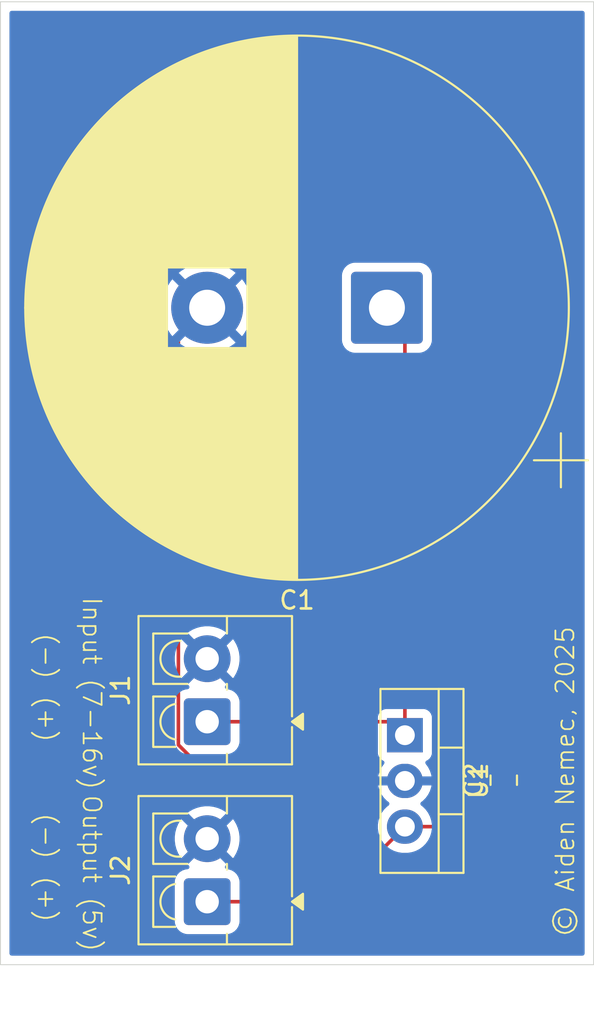
<source format=kicad_pcb>
(kicad_pcb (version 20241229) (generator "pcbnew") (generator_version "9.0")
  (layers (0 "F.Cu" signal) (2 "B.Cu" signal) (13 "F.Paste" user) (15 "B.Paste" user) (5 "F.SilkS" user "F.Silkscreen") (7 "B.SilkS" user "B.Silkscreen") (1 "F.Mask" user) (3 "B.Mask" user) (25 "Edge.Cuts" user))
  (net 0 "")
  (net 1 "GND")
  (net 2 "+12V")
  (net 3 "+5V")
  (footprint "Capacitor_SMD:C_0805_2012Metric" (layer "F.Cu") (at 40.5 56.25 90)
    (property "Reference" "C2" (at 0 -1.68 90) (layer "F.SilkS"))
    (property "Value" ".1 uF")
    (fp_line (start -0.261252 -0.735) (end 0.261252 -0.735) (stroke (width 0.12)) (layer "F.SilkS"))
    (fp_line (start -0.261252 0.735) (end 0.261252 0.735) (stroke (width 0.12)) (layer "F.SilkS"))
    (pad "1" smd roundrect (at -0.95 0 90) (size 1 1.45) (layers "F.Cu" "F.Mask" "F.Paste") (net 3 "+5V"))
    (pad "2" smd roundrect (at 0.95 0 90) (size 1 1.45) (layers "F.Cu" "F.Mask" "F.Paste") (net 1 "GND"))
  )
  (footprint "TerminalBlock_4Ucon:TerminalBlock_4Ucon_1x02_P3.50mm_Vertical" (layer "F.Cu") (at 24 53 90)
    (property "Reference" "J1" (at 1.75 -4.82 90) (layer "F.SilkS"))
    (property "Value" "Screw_Terminal_01x02")
    (fp_line (start 5.87 -3.82) (end 5.87 4.72) (stroke (width 0.12)) (layer "F.SilkS"))
    (fp_line (start -2.37 -3.82) (end 5.87 -3.82) (stroke (width 0.12)) (layer "F.SilkS"))
    (fp_line (start 4.9 -3) (end 4.9 -1.099) (stroke (width 0.12)) (layer "F.SilkS"))
    (fp_line (start 2.1 -3) (end 4.9 -3) (stroke (width 0.12)) (layer "F.SilkS"))
    (fp_line (start 1.4 -3) (end 1.4 -1.78) (stroke (width 0.12)) (layer "F.SilkS"))
    (fp_line (start -1.4 -3) (end 1.4 -3) (stroke (width 0.12)) (layer "F.SilkS"))
    (fp_line (start -1.4 -1.78) (end -1.4 -3) (stroke (width 0.12)) (layer "F.SilkS"))
    (fp_line (start 2.1 -1.099) (end 2.1 -3) (stroke (width 0.12)) (layer "F.SilkS"))
    (fp_line (start 4.899 1.1) (end 5.87 1.1) (stroke (width 0.12)) (layer "F.SilkS"))
    (fp_line (start 1.78 1.1) (end 2.101 1.1) (stroke (width 0.12)) (layer "F.SilkS"))
    (fp_line (start -2.37 1.1) (end -1.78 1.1) (stroke (width 0.12)) (layer "F.SilkS"))
    (fp_line (start 5.87 4.72) (end 0.3 4.72) (stroke (width 0.12)) (layer "F.SilkS"))
    (fp_line (start -0.3 4.72) (end -2.37 4.72) (stroke (width 0.12)) (layer "F.SilkS"))
    (fp_line (start -2.37 4.72) (end -2.37 -3.82) (stroke (width 0.12)) (layer "F.SilkS"))
    (fp_arc (start -0.984 -1.78) (mid 0 -2.6) (end 0.984 -1.78) (stroke (width 0.12)) (layer "F.SilkS"))
    (fp_arc (start 2.508 -1.478) (mid 3.5 -2.6) (end 4.492 -1.478) (stroke (width 0.12)) (layer "F.SilkS"))
    (fp_poly (pts (xy 0 4.72) (xy 0.44 5.33) (xy -0.44 5.33)) (stroke (width 0.12)) (fill yes) (layer "F.SilkS"))
    (pad "1" thru_hole roundrect (at 0 0 90) (size 2.6 2.6) (drill 1.3) (layers "*.Cu" "*.Mask") (roundrect_rratio 0.096154) (net 2 "+12V"))
    (pad "2" thru_hole circle (at 3.5 0 90) (size 2.6 2.6) (drill 1.3) (layers "*.Cu" "*.Mask") (net 1 "GND"))
  )
  (footprint "Package_TO_SOT_THT:TO-220-3_Vertical" (layer "F.Cu") (at 35 53.75 -90)
    (property "Reference" "U1" (at 2.54 -4.1 90) (layer "F.SilkS"))
    (property "Value" "LM7805_TO220")
    (fp_line (start -2.57 1.36) (end -2.57 -3.26) (stroke (width 0.12)) (layer "F.SilkS"))
    (fp_line (start 7.65 1.36) (end -2.57 1.36) (stroke (width 0.12)) (layer "F.SilkS"))
    (fp_line (start -2.57 -1.88) (end 7.65 -1.88) (stroke (width 0.12)) (layer "F.SilkS"))
    (fp_line (start -2.57 -3.26) (end 7.65 -3.26) (stroke (width 0.12)) (layer "F.SilkS"))
    (fp_line (start 0.69 -3.26) (end 0.69 -1.88) (stroke (width 0.12)) (layer "F.SilkS"))
    (fp_line (start 4.39 -3.26) (end 4.39 -1.88) (stroke (width 0.12)) (layer "F.SilkS"))
    (fp_line (start 7.65 -3.26) (end 7.65 1.36) (stroke (width 0.12)) (layer "F.SilkS"))
    (pad "1" thru_hole rect (at 0 0 270) (size 1.905 2) (drill 1.1) (layers "*.Cu" "*.Mask") (net 2 "+12V"))
    (pad "2" thru_hole oval (at 2.54 0 270) (size 1.905 2) (drill 1.1) (layers "*.Cu" "*.Mask") (net 1 "GND"))
    (pad "3" thru_hole oval (at 5.08 0 270) (size 1.905 2) (drill 1.1) (layers "*.Cu" "*.Mask") (net 3 "+5V"))
  )
  (footprint "TerminalBlock_4Ucon:TerminalBlock_4Ucon_1x02_P3.50mm_Vertical" (layer "F.Cu") (at 24 63 90)
    (property "Reference" "J2" (at 1.75 -4.82 90) (layer "F.SilkS"))
    (property "Value" "Screw_Terminal_01x02")
    (fp_line (start 5.87 -3.82) (end 5.87 4.72) (stroke (width 0.12)) (layer "F.SilkS"))
    (fp_line (start -2.37 -3.82) (end 5.87 -3.82) (stroke (width 0.12)) (layer "F.SilkS"))
    (fp_line (start 4.9 -3) (end 4.9 -1.099) (stroke (width 0.12)) (layer "F.SilkS"))
    (fp_line (start 2.1 -3) (end 4.9 -3) (stroke (width 0.12)) (layer "F.SilkS"))
    (fp_line (start 1.4 -3) (end 1.4 -1.78) (stroke (width 0.12)) (layer "F.SilkS"))
    (fp_line (start -1.4 -3) (end 1.4 -3) (stroke (width 0.12)) (layer "F.SilkS"))
    (fp_line (start -1.4 -1.78) (end -1.4 -3) (stroke (width 0.12)) (layer "F.SilkS"))
    (fp_line (start 2.1 -1.099) (end 2.1 -3) (stroke (width 0.12)) (layer "F.SilkS"))
    (fp_line (start 4.899 1.1) (end 5.87 1.1) (stroke (width 0.12)) (layer "F.SilkS"))
    (fp_line (start 1.78 1.1) (end 2.101 1.1) (stroke (width 0.12)) (layer "F.SilkS"))
    (fp_line (start -2.37 1.1) (end -1.78 1.1) (stroke (width 0.12)) (layer "F.SilkS"))
    (fp_line (start 5.87 4.72) (end 0.3 4.72) (stroke (width 0.12)) (layer "F.SilkS"))
    (fp_line (start -0.3 4.72) (end -2.37 4.72) (stroke (width 0.12)) (layer "F.SilkS"))
    (fp_line (start -2.37 4.72) (end -2.37 -3.82) (stroke (width 0.12)) (layer "F.SilkS"))
    (fp_arc (start -0.984 -1.78) (mid 0 -2.6) (end 0.984 -1.78) (stroke (width 0.12)) (layer "F.SilkS"))
    (fp_arc (start 2.508 -1.478) (mid 3.5 -2.6) (end 4.492 -1.478) (stroke (width 0.12)) (layer "F.SilkS"))
    (fp_poly (pts (xy 0 4.72) (xy 0.44 5.33) (xy -0.44 5.33)) (stroke (width 0.12)) (fill yes) (layer "F.SilkS"))
    (pad "1" thru_hole roundrect (at 0 0 90) (size 2.6 2.6) (drill 1.3) (layers "*.Cu" "*.Mask") (roundrect_rratio 0.096154) (net 3 "+5V"))
    (pad "2" thru_hole circle (at 3.5 0 90) (size 2.6 2.6) (drill 1.3) (layers "*.Cu" "*.Mask") (net 1 "GND"))
  )
  (footprint "Capacitor_THT:CP_Radial_D30.0mm_P10.00mm_SnapIn" (layer "F.Cu") (at 34 30 180)
    (property "Reference" "C1" (at 5 -16.25 0) (layer "F.SilkS"))
    (property "Value" "47 uF")
    (fp_line (start 20.12 0.04) (end 20.12 -0.04) (stroke (width 0.12)) (layer "F.SilkS"))
    (fp_line (start 20.08 -1.059) (end 20.08 1.059) (stroke (width 0.12)) (layer "F.SilkS"))
    (fp_line (start 20.04 -1.513) (end 20.04 1.513) (stroke (width 0.12)) (layer "F.SilkS"))
    (fp_line (start 20 -1.861) (end 20 1.861) (stroke (width 0.12)) (layer "F.SilkS"))
    (fp_line (start 19.96 -2.154) (end 19.96 2.154) (stroke (width 0.12)) (layer "F.SilkS"))
    (fp_line (start 19.92 -2.411) (end 19.92 2.411) (stroke (width 0.12)) (layer "F.SilkS"))
    (fp_line (start 19.88 -2.643) (end 19.88 2.643) (stroke (width 0.12)) (layer "F.SilkS"))
    (fp_line (start 19.84 -2.856) (end 19.84 2.856) (stroke (width 0.12)) (layer "F.SilkS"))
    (fp_line (start 19.8 -3.054) (end 19.8 3.054) (stroke (width 0.12)) (layer "F.SilkS"))
    (fp_line (start 19.76 -3.24) (end 19.76 3.24) (stroke (width 0.12)) (layer "F.SilkS"))
    (fp_line (start 19.72 -3.415) (end 19.72 3.415) (stroke (width 0.12)) (layer "F.SilkS"))
    (fp_line (start 19.68 -3.581) (end 19.68 3.581) (stroke (width 0.12)) (layer "F.SilkS"))
    (fp_line (start 19.64 -3.74) (end 19.64 3.74) (stroke (width 0.12)) (layer "F.SilkS"))
    (fp_line (start 19.6 -3.891) (end 19.6 3.891) (stroke (width 0.12)) (layer "F.SilkS"))
    (fp_line (start 19.56 -4.037) (end 19.56 4.037) (stroke (width 0.12)) (layer "F.SilkS"))
    (fp_line (start 19.52 -4.177) (end 19.52 4.177) (stroke (width 0.12)) (layer "F.SilkS"))
    (fp_line (start 19.48 -4.312) (end 19.48 4.312) (stroke (width 0.12)) (layer "F.SilkS"))
    (fp_line (start 19.44 -4.443) (end 19.44 4.443) (stroke (width 0.12)) (layer "F.SilkS"))
    (fp_line (start 19.4 -4.57) (end 19.4 4.57) (stroke (width 0.12)) (layer "F.SilkS"))
    (fp_line (start 19.36 -4.693) (end 19.36 4.693) (stroke (width 0.12)) (layer "F.SilkS"))
    (fp_line (start 19.32 -4.813) (end 19.32 4.813) (stroke (width 0.12)) (layer "F.SilkS"))
    (fp_line (start 19.28 -4.93) (end 19.28 4.93) (stroke (width 0.12)) (layer "F.SilkS"))
    (fp_line (start 19.24 -5.043) (end 19.24 5.043) (stroke (width 0.12)) (layer "F.SilkS"))
    (fp_line (start 19.2 -5.154) (end 19.2 5.154) (stroke (width 0.12)) (layer "F.SilkS"))
    (fp_line (start 19.16 -5.262) (end 19.16 5.262) (stroke (width 0.12)) (layer "F.SilkS"))
    (fp_line (start 19.12 -5.367) (end 19.12 5.367) (stroke (width 0.12)) (layer "F.SilkS"))
    (fp_line (start 19.08 -5.471) (end 19.08 5.471) (stroke (width 0.12)) (layer "F.SilkS"))
    (fp_line (start 19.04 -5.572) (end 19.04 5.572) (stroke (width 0.12)) (layer "F.SilkS"))
    (fp_line (start 19 -5.671) (end 19 5.671) (stroke (width 0.12)) (layer "F.SilkS"))
    (fp_line (start 18.96 -5.768) (end 18.96 5.768) (stroke (width 0.12)) (layer "F.SilkS"))
    (fp_line (start 18.92 -5.863) (end 18.92 5.863) (stroke (width 0.12)) (layer "F.SilkS"))
    (fp_line (start 18.88 -5.957) (end 18.88 5.957) (stroke (width 0.12)) (layer "F.SilkS"))
    (fp_line (start 18.84 -6.048) (end 18.84 6.048) (stroke (width 0.12)) (layer "F.SilkS"))
    (fp_line (start 18.8 -6.139) (end 18.8 6.139) (stroke (width 0.12)) (layer "F.SilkS"))
    (fp_line (start 18.76 -6.227) (end 18.76 6.227) (stroke (width 0.12)) (layer "F.SilkS"))
    (fp_line (start 18.72 -6.314) (end 18.72 6.314) (stroke (width 0.12)) (layer "F.SilkS"))
    (fp_line (start 18.68 -6.4) (end 18.68 6.4) (stroke (width 0.12)) (layer "F.SilkS"))
    (fp_line (start 18.64 -6.484) (end 18.64 6.484) (stroke (width 0.12)) (layer "F.SilkS"))
    (fp_line (start 18.6 -6.567) (end 18.6 6.567) (stroke (width 0.12)) (layer "F.SilkS"))
    (fp_line (start 18.56 -6.649) (end 18.56 6.649) (stroke (width 0.12)) (layer "F.SilkS"))
    (fp_line (start 18.52 -6.729) (end 18.52 6.729) (stroke (width 0.12)) (layer "F.SilkS"))
    (fp_line (start 18.48 -6.809) (end 18.48 6.809) (stroke (width 0.12)) (layer "F.SilkS"))
    (fp_line (start 18.44 -6.887) (end 18.44 6.887) (stroke (width 0.12)) (layer "F.SilkS"))
    (fp_line (start 18.4 -6.964) (end 18.4 6.964) (stroke (width 0.12)) (layer "F.SilkS"))
    (fp_line (start 18.36 -7.04) (end 18.36 7.04) (stroke (width 0.12)) (layer "F.SilkS"))
    (fp_line (start 18.32 -7.115) (end 18.32 7.115) (stroke (width 0.12)) (layer "F.SilkS"))
    (fp_line (start 18.28 -7.189) (end 18.28 7.189) (stroke (width 0.12)) (layer "F.SilkS"))
    (fp_line (start 18.24 -7.262) (end 18.24 7.262) (stroke (width 0.12)) (layer "F.SilkS"))
    (fp_line (start 18.2 -7.334) (end 18.2 7.334) (stroke (width 0.12)) (layer "F.SilkS"))
    (fp_line (start 18.16 -7.405) (end 18.16 7.405) (stroke (width 0.12)) (layer "F.SilkS"))
    (fp_line (start 18.12 -7.475) (end 18.12 7.475) (stroke (width 0.12)) (layer "F.SilkS"))
    (fp_line (start 18.08 -7.545) (end 18.08 7.545) (stroke (width 0.12)) (layer "F.SilkS"))
    (fp_line (start 18.04 -7.613) (end 18.04 7.613) (stroke (width 0.12)) (layer "F.SilkS"))
    (fp_line (start 18 -7.681) (end 18 7.681) (stroke (width 0.12)) (layer "F.SilkS"))
    (fp_line (start 17.96 -7.748) (end 17.96 7.748) (stroke (width 0.12)) (layer "F.SilkS"))
    (fp_line (start 17.92 -7.814) (end 17.92 7.814) (stroke (width 0.12)) (layer "F.SilkS"))
    (fp_line (start 17.88 -7.88) (end 17.88 7.88) (stroke (width 0.12)) (layer "F.SilkS"))
    (fp_line (start 17.84 -7.944) (end 17.84 7.944) (stroke (width 0.12)) (layer "F.SilkS"))
    (fp_line (start 17.8 -8.008) (end 17.8 8.008) (stroke (width 0.12)) (layer "F.SilkS"))
    (fp_line (start 17.76 -8.072) (end 17.76 8.072) (stroke (width 0.12)) (layer "F.SilkS"))
    (fp_line (start 17.72 -8.134) (end 17.72 8.134) (stroke (width 0.12)) (layer "F.SilkS"))
    (fp_line (start 17.68 -8.196) (end 17.68 8.196) (stroke (width 0.12)) (layer "F.SilkS"))
    (fp_line (start 17.64 -8.257) (end 17.64 8.257) (stroke (width 0.12)) (layer "F.SilkS"))
    (fp_line (start 17.6 -8.318) (end 17.6 8.318) (stroke (width 0.12)) (layer "F.SilkS"))
    (fp_line (start 17.56 -8.378) (end 17.56 8.378) (stroke (width 0.12)) (layer "F.SilkS"))
    (fp_line (start 17.52 -8.437) (end 17.52 8.437) (stroke (width 0.12)) (layer "F.SilkS"))
    (fp_line (start 17.48 -8.496) (end 17.48 8.496) (stroke (width 0.12)) (layer "F.SilkS"))
    (fp_line (start 17.44 -8.554) (end 17.44 8.554) (stroke (width 0.12)) (layer "F.SilkS"))
    (fp_line (start 17.4 -8.612) (end 17.4 8.612) (stroke (width 0.12)) (layer "F.SilkS"))
    (fp_line (start 17.36 -8.669) (end 17.36 8.669) (stroke (width 0.12)) (layer "F.SilkS"))
    (fp_line (start 17.32 -8.725) (end 17.32 8.725) (stroke (width 0.12)) (layer "F.SilkS"))
    (fp_line (start 17.28 -8.781) (end 17.28 8.781) (stroke (width 0.12)) (layer "F.SilkS"))
    (fp_line (start 17.24 -8.837) (end 17.24 8.837) (stroke (width 0.12)) (layer "F.SilkS"))
    (fp_line (start 17.2 -8.892) (end 17.2 8.892) (stroke (width 0.12)) (layer "F.SilkS"))
    (fp_line (start 17.16 -8.946) (end 17.16 8.946) (stroke (width 0.12)) (layer "F.SilkS"))
    (fp_line (start 17.12 -9) (end 17.12 9) (stroke (width 0.12)) (layer "F.SilkS"))
    (fp_line (start 17.08 -9.053) (end 17.08 9.053) (stroke (width 0.12)) (layer "F.SilkS"))
    (fp_line (start 17.04 -9.106) (end 17.04 9.106) (stroke (width 0.12)) (layer "F.SilkS"))
    (fp_line (start 17 -9.159) (end 17 9.159) (stroke (width 0.12)) (layer "F.SilkS"))
    (fp_line (start 16.96 -9.211) (end 16.96 9.211) (stroke (width 0.12)) (layer "F.SilkS"))
    (fp_line (start 16.92 -9.262) (end 16.92 9.262) (stroke (width 0.12)) (layer "F.SilkS"))
    (fp_line (start 16.88 -9.313) (end 16.88 9.313) (stroke (width 0.12)) (layer "F.SilkS"))
    (fp_line (start 16.84 -9.364) (end 16.84 9.364) (stroke (width 0.12)) (layer "F.SilkS"))
    (fp_line (start 16.8 -9.414) (end 16.8 9.414) (stroke (width 0.12)) (layer "F.SilkS"))
    (fp_line (start 16.76 -9.464) (end 16.76 9.464) (stroke (width 0.12)) (layer "F.SilkS"))
    (fp_line (start 16.72 -9.513) (end 16.72 9.513) (stroke (width 0.12)) (layer "F.SilkS"))
    (fp_line (start 16.68 -9.562) (end 16.68 9.562) (stroke (width 0.12)) (layer "F.SilkS"))
    (fp_line (start 16.64 -9.61) (end 16.64 9.61) (stroke (width 0.12)) (layer "F.SilkS"))
    (fp_line (start 16.6 -9.658) (end 16.6 9.658) (stroke (width 0.12)) (layer "F.SilkS"))
    (fp_line (start 16.56 -9.706) (end 16.56 9.706) (stroke (width 0.12)) (layer "F.SilkS"))
    (fp_line (start 16.52 -9.753) (end 16.52 9.753) (stroke (width 0.12)) (layer "F.SilkS"))
    (fp_line (start 16.48 -9.8) (end 16.48 9.8) (stroke (width 0.12)) (layer "F.SilkS"))
    (fp_line (start 16.44 -9.846) (end 16.44 9.846) (stroke (width 0.12)) (layer "F.SilkS"))
    (fp_line (start 16.4 -9.892) (end 16.4 9.892) (stroke (width 0.12)) (layer "F.SilkS"))
    (fp_line (start 16.36 -9.938) (end 16.36 9.938) (stroke (width 0.12)) (layer "F.SilkS"))
    (fp_line (start 16.32 -9.984) (end 16.32 9.984) (stroke (width 0.12)) (layer "F.SilkS"))
    (fp_line (start 16.28 -10.029) (end 16.28 10.029) (stroke (width 0.12)) (layer "F.SilkS"))
    (fp_line (start 16.24 -10.073) (end 16.24 10.073) (stroke (width 0.12)) (layer "F.SilkS"))
    (fp_line (start 16.2 -10.117) (end 16.2 10.117) (stroke (width 0.12)) (layer "F.SilkS"))
    (fp_line (start 16.16 -10.161) (end 16.16 10.161) (stroke (width 0.12)) (layer "F.SilkS"))
    (fp_line (start 16.12 -10.205) (end 16.12 10.205) (stroke (width 0.12)) (layer "F.SilkS"))
    (fp_line (start 16.08 -10.248) (end 16.08 10.248) (stroke (width 0.12)) (layer "F.SilkS"))
    (fp_line (start 16.04 -10.291) (end 16.04 10.291) (stroke (width 0.12)) (layer "F.SilkS"))
    (fp_line (start 16 -10.334) (end 16 10.334) (stroke (width 0.12)) (layer "F.SilkS"))
    (fp_line (start 15.96 -10.376) (end 15.96 10.376) (stroke (width 0.12)) (layer "F.SilkS"))
    (fp_line (start 15.92 -10.418) (end 15.92 10.418) (stroke (width 0.12)) (layer "F.SilkS"))
    (fp_line (start 15.88 -10.46) (end 15.88 10.46) (stroke (width 0.12)) (layer "F.SilkS"))
    (fp_line (start 15.84 -10.501) (end 15.84 10.501) (stroke (width 0.12)) (layer "F.SilkS"))
    (fp_line (start 15.8 -10.542) (end 15.8 10.542) (stroke (width 0.12)) (layer "F.SilkS"))
    (fp_line (start 15.76 -10.582) (end 15.76 10.582) (stroke (width 0.12)) (layer "F.SilkS"))
    (fp_line (start 15.72 -10.623) (end 15.72 10.623) (stroke (width 0.12)) (layer "F.SilkS"))
    (fp_line (start 15.68 -10.663) (end 15.68 10.663) (stroke (width 0.12)) (layer "F.SilkS"))
    (fp_line (start 15.64 -10.703) (end 15.64 10.703) (stroke (width 0.12)) (layer "F.SilkS"))
    (fp_line (start 15.6 -10.742) (end 15.6 10.742) (stroke (width 0.12)) (layer "F.SilkS"))
    (fp_line (start 15.56 -10.781) (end 15.56 10.781) (stroke (width 0.12)) (layer "F.SilkS"))
    (fp_line (start 15.52 -10.82) (end 15.52 10.82) (stroke (width 0.12)) (layer "F.SilkS"))
    (fp_line (start 15.48 -10.859) (end 15.48 10.859) (stroke (width 0.12)) (layer "F.SilkS"))
    (fp_line (start 15.44 -10.897) (end 15.44 10.897) (stroke (width 0.12)) (layer "F.SilkS"))
    (fp_line (start 15.4 -10.935) (end 15.4 10.935) (stroke (width 0.12)) (layer "F.SilkS"))
    (fp_line (start 15.36 -10.973) (end 15.36 10.973) (stroke (width 0.12)) (layer "F.SilkS"))
    (fp_line (start 15.32 -11.01) (end 15.32 11.01) (stroke (width 0.12)) (layer "F.SilkS"))
    (fp_line (start 15.28 -11.048) (end 15.28 11.048) (stroke (width 0.12)) (layer "F.SilkS"))
    (fp_line (start 15.24 -11.085) (end 15.24 11.085) (stroke (width 0.12)) (layer "F.SilkS"))
    (fp_line (start 15.2 -11.121) (end 15.2 11.121) (stroke (width 0.12)) (layer "F.SilkS"))
    (fp_line (start 15.16 -11.158) (end 15.16 11.158) (stroke (width 0.12)) (layer "F.SilkS"))
    (fp_line (start 15.12 -11.194) (end 15.12 11.194) (stroke (width 0.12)) (layer "F.SilkS"))
    (fp_line (start 15.08 -11.23) (end 15.08 11.23) (stroke (width 0.12)) (layer "F.SilkS"))
    (fp_line (start 15.04 -11.265) (end 15.04 11.265) (stroke (width 0.12)) (layer "F.SilkS"))
    (fp_line (start 15 -11.301) (end 15 11.301) (stroke (width 0.12)) (layer "F.SilkS"))
    (fp_line (start 14.96 -11.336) (end 14.96 11.336) (stroke (width 0.12)) (layer "F.SilkS"))
    (fp_line (start 14.92 -11.371) (end 14.92 11.371) (stroke (width 0.12)) (layer "F.SilkS"))
    (fp_line (start 14.88 -11.406) (end 14.88 11.406) (stroke (width 0.12)) (layer "F.SilkS"))
    (fp_line (start 14.84 -11.44) (end 14.84 11.44) (stroke (width 0.12)) (layer "F.SilkS"))
    (fp_line (start 14.8 -11.474) (end 14.8 11.474) (stroke (width 0.12)) (layer "F.SilkS"))
    (fp_line (start 14.76 -11.508) (end 14.76 11.508) (stroke (width 0.12)) (layer "F.SilkS"))
    (fp_line (start 14.72 -11.542) (end 14.72 11.542) (stroke (width 0.12)) (layer "F.SilkS"))
    (fp_line (start 14.68 -11.575) (end 14.68 11.575) (stroke (width 0.12)) (layer "F.SilkS"))
    (fp_line (start 14.64 -11.608) (end 14.64 11.608) (stroke (width 0.12)) (layer "F.SilkS"))
    (fp_line (start 14.6 -11.641) (end 14.6 11.641) (stroke (width 0.12)) (layer "F.SilkS"))
    (fp_line (start 14.56 -11.674) (end 14.56 11.674) (stroke (width 0.12)) (layer "F.SilkS"))
    (fp_line (start 14.52 -11.707) (end 14.52 11.707) (stroke (width 0.12)) (layer "F.SilkS"))
    (fp_line (start 14.48 -11.739) (end 14.48 11.739) (stroke (width 0.12)) (layer "F.SilkS"))
    (fp_line (start 14.44 -11.771) (end 14.44 11.771) (stroke (width 0.12)) (layer "F.SilkS"))
    (fp_line (start 14.4 -11.803) (end 14.4 11.803) (stroke (width 0.12)) (layer "F.SilkS"))
    (fp_line (start 14.36 -11.835) (end 14.36 11.835) (stroke (width 0.12)) (layer "F.SilkS"))
    (fp_line (start 14.32 -11.866) (end 14.32 11.866) (stroke (width 0.12)) (layer "F.SilkS"))
    (fp_line (start 14.28 -11.897) (end 14.28 11.897) (stroke (width 0.12)) (layer "F.SilkS"))
    (fp_line (start 14.24 -11.928) (end 14.24 11.928) (stroke (width 0.12)) (layer "F.SilkS"))
    (fp_line (start 14.2 -11.959) (end 14.2 11.959) (stroke (width 0.12)) (layer "F.SilkS"))
    (fp_line (start 14.16 -11.989) (end 14.16 11.989) (stroke (width 0.12)) (layer "F.SilkS"))
    (fp_line (start 14.12 -12.02) (end 14.12 12.02) (stroke (width 0.12)) (layer "F.SilkS"))
    (fp_line (start 14.08 -12.05) (end 14.08 12.05) (stroke (width 0.12)) (layer "F.SilkS"))
    (fp_line (start 14.04 -12.08) (end 14.04 12.08) (stroke (width 0.12)) (layer "F.SilkS"))
    (fp_line (start 14 -12.11) (end 14 12.11) (stroke (width 0.12)) (layer "F.SilkS"))
    (fp_line (start 13.96 -12.139) (end 13.96 12.139) (stroke (width 0.12)) (layer "F.SilkS"))
    (fp_line (start 13.92 -12.169) (end 13.92 12.169) (stroke (width 0.12)) (layer "F.SilkS"))
    (fp_line (start 13.88 -12.198) (end 13.88 12.198) (stroke (width 0.12)) (layer "F.SilkS"))
    (fp_line (start 13.84 -12.227) (end 13.84 12.227) (stroke (width 0.12)) (layer "F.SilkS"))
    (fp_line (start 13.8 -12.255) (end 13.8 12.255) (stroke (width 0.12)) (layer "F.SilkS"))
    (fp_line (start 13.76 -12.284) (end 13.76 12.284) (stroke (width 0.12)) (layer "F.SilkS"))
    (fp_line (start 13.72 -12.312) (end 13.72 12.312) (stroke (width 0.12)) (layer "F.SilkS"))
    (fp_line (start 13.68 -12.34) (end 13.68 12.34) (stroke (width 0.12)) (layer "F.SilkS"))
    (fp_line (start 13.64 -12.368) (end 13.64 12.368) (stroke (width 0.12)) (layer "F.SilkS"))
    (fp_line (start 13.6 -12.396) (end 13.6 12.396) (stroke (width 0.12)) (layer "F.SilkS"))
    (fp_line (start 13.56 -12.424) (end 13.56 12.424) (stroke (width 0.12)) (layer "F.SilkS"))
    (fp_line (start 13.52 -12.451) (end 13.52 12.451) (stroke (width 0.12)) (layer "F.SilkS"))
    (fp_line (start 13.48 -12.478) (end 13.48 12.478) (stroke (width 0.12)) (layer "F.SilkS"))
    (fp_line (start 13.44 -12.505) (end 13.44 12.505) (stroke (width 0.12)) (layer "F.SilkS"))
    (fp_line (start 13.4 -12.532) (end 13.4 12.532) (stroke (width 0.12)) (layer "F.SilkS"))
    (fp_line (start 13.36 -12.559) (end 13.36 12.559) (stroke (width 0.12)) (layer "F.SilkS"))
    (fp_line (start 13.32 -12.585) (end 13.32 12.585) (stroke (width 0.12)) (layer "F.SilkS"))
    (fp_line (start 13.28 -12.611) (end 13.28 12.611) (stroke (width 0.12)) (layer "F.SilkS"))
    (fp_line (start 13.24 -12.637) (end 13.24 12.637) (stroke (width 0.12)) (layer "F.SilkS"))
    (fp_line (start 13.2 -12.663) (end 13.2 12.663) (stroke (width 0.12)) (layer "F.SilkS"))
    (fp_line (start 13.16 -12.689) (end 13.16 12.689) (stroke (width 0.12)) (layer "F.SilkS"))
    (fp_line (start 13.12 -12.715) (end 13.12 12.715) (stroke (width 0.12)) (layer "F.SilkS"))
    (fp_line (start 13.08 -12.74) (end 13.08 12.74) (stroke (width 0.12)) (layer "F.SilkS"))
    (fp_line (start 13.04 -12.765) (end 13.04 12.765) (stroke (width 0.12)) (layer "F.SilkS"))
    (fp_line (start 13 -12.79) (end 13 12.79) (stroke (width 0.12)) (layer "F.SilkS"))
    (fp_line (start 12.96 -12.815) (end 12.96 12.815) (stroke (width 0.12)) (layer "F.SilkS"))
    (fp_line (start 12.92 -12.84) (end 12.92 12.84) (stroke (width 0.12)) (layer "F.SilkS"))
    (fp_line (start 12.88 -12.864) (end 12.88 12.864) (stroke (width 0.12)) (layer "F.SilkS"))
    (fp_line (start 12.84 -12.889) (end 12.84 12.889) (stroke (width 0.12)) (layer "F.SilkS"))
    (fp_line (start 12.8 -12.913) (end 12.8 12.913) (stroke (width 0.12)) (layer "F.SilkS"))
    (fp_line (start 12.76 -12.937) (end 12.76 12.937) (stroke (width 0.12)) (layer "F.SilkS"))
    (fp_line (start 12.72 -12.961) (end 12.72 12.961) (stroke (width 0.12)) (layer "F.SilkS"))
    (fp_line (start 12.68 -12.984) (end 12.68 12.984) (stroke (width 0.12)) (layer "F.SilkS"))
    (fp_line (start 12.64 -13.008) (end 12.64 13.008) (stroke (width 0.12)) (layer "F.SilkS"))
    (fp_line (start 12.6 -13.031) (end 12.6 13.031) (stroke (width 0.12)) (layer "F.SilkS"))
    (fp_line (start 12.56 -13.054) (end 12.56 13.054) (stroke (width 0.12)) (layer "F.SilkS"))
    (fp_line (start 12.52 -13.077) (end 12.52 13.077) (stroke (width 0.12)) (layer "F.SilkS"))
    (fp_line (start 12.48 -13.1) (end 12.48 13.1) (stroke (width 0.12)) (layer "F.SilkS"))
    (fp_line (start 12.44 -13.123) (end 12.44 13.123) (stroke (width 0.12)) (layer "F.SilkS"))
    (fp_line (start 12.4 -13.145) (end 12.4 13.145) (stroke (width 0.12)) (layer "F.SilkS"))
    (fp_line (start 12.36 -13.168) (end 12.36 13.168) (stroke (width 0.12)) (layer "F.SilkS"))
    (fp_line (start 12.32 -13.19) (end 12.32 13.19) (stroke (width 0.12)) (layer "F.SilkS"))
    (fp_line (start 12.28 -13.212) (end 12.28 13.212) (stroke (width 0.12)) (layer "F.SilkS"))
    (fp_line (start 12.24 -13.234) (end 12.24 13.234) (stroke (width 0.12)) (layer "F.SilkS"))
    (fp_line (start 12.2 2.24) (end 12.2 13.256) (stroke (width 0.12)) (layer "F.SilkS"))
    (fp_line (start 12.2 -13.256) (end 12.2 -2.24) (stroke (width 0.12)) (layer "F.SilkS"))
    (fp_line (start 12.16 2.24) (end 12.16 13.277) (stroke (width 0.12)) (layer "F.SilkS"))
    (fp_line (start 12.16 -13.277) (end 12.16 -2.24) (stroke (width 0.12)) (layer "F.SilkS"))
    (fp_line (start 12.12 2.24) (end 12.12 13.299) (stroke (width 0.12)) (layer "F.SilkS"))
    (fp_line (start 12.12 -13.299) (end 12.12 -2.24) (stroke (width 0.12)) (layer "F.SilkS"))
    (fp_line (start 12.08 2.24) (end 12.08 13.32) (stroke (width 0.12)) (layer "F.SilkS"))
    (fp_line (start 12.08 -13.32) (end 12.08 -2.24) (stroke (width 0.12)) (layer "F.SilkS"))
    (fp_line (start 12.04 2.24) (end 12.04 13.341) (stroke (width 0.12)) (layer "F.SilkS"))
    (fp_line (start 12.04 -13.341) (end 12.04 -2.24) (stroke (width 0.12)) (layer "F.SilkS"))
    (fp_line (start 12 2.24) (end 12 13.362) (stroke (width 0.12)) (layer "F.SilkS"))
    (fp_line (start 12 -13.362) (end 12 -2.24) (stroke (width 0.12)) (layer "F.SilkS"))
    (fp_line (start 11.96 2.24) (end 11.96 13.383) (stroke (width 0.12)) (layer "F.SilkS"))
    (fp_line (start 11.96 -13.383) (end 11.96 -2.24) (stroke (width 0.12)) (layer "F.SilkS"))
    (fp_line (start 11.92 2.24) (end 11.92 13.404) (stroke (width 0.12)) (layer "F.SilkS"))
    (fp_line (start 11.92 -13.404) (end 11.92 -2.24) (stroke (width 0.12)) (layer "F.SilkS"))
    (fp_line (start 11.88 2.24) (end 11.88 13.424) (stroke (width 0.12)) (layer "F.SilkS"))
    (fp_line (start 11.88 -13.424) (end 11.88 -2.24) (stroke (width 0.12)) (layer "F.SilkS"))
    (fp_line (start 11.84 2.24) (end 11.84 13.444) (stroke (width 0.12)) (layer "F.SilkS"))
    (fp_line (start 11.84 -13.444) (end 11.84 -2.24) (stroke (width 0.12)) (layer "F.SilkS"))
    (fp_line (start 11.8 2.24) (end 11.8 13.465) (stroke (width 0.12)) (layer "F.SilkS"))
    (fp_line (start 11.8 -13.465) (end 11.8 -2.24) (stroke (width 0.12)) (layer "F.SilkS"))
    (fp_line (start 11.76 2.24) (end 11.76 13.485) (stroke (width 0.12)) (layer "F.SilkS"))
    (fp_line (start 11.76 -13.485) (end 11.76 -2.24) (stroke (width 0.12)) (layer "F.SilkS"))
    (fp_line (start 11.72 2.24) (end 11.72 13.505) (stroke (width 0.12)) (layer "F.SilkS"))
    (fp_line (start 11.72 -13.505) (end 11.72 -2.24) (stroke (width 0.12)) (layer "F.SilkS"))
    (fp_line (start 11.68 2.24) (end 11.68 13.524) (stroke (width 0.12)) (layer "F.SilkS"))
    (fp_line (start 11.68 -13.524) (end 11.68 -2.24) (stroke (width 0.12)) (layer "F.SilkS"))
    (fp_line (start 11.64 2.24) (end 11.64 13.544) (stroke (width 0.12)) (layer "F.SilkS"))
    (fp_line (start 11.64 -13.544) (end 11.64 -2.24) (stroke (width 0.12)) (layer "F.SilkS"))
    (fp_line (start 11.6 2.24) (end 11.6 13.563) (stroke (width 0.12)) (layer "F.SilkS"))
    (fp_line (start 11.6 -13.563) (end 11.6 -2.24) (stroke (width 0.12)) (layer "F.SilkS"))
    (fp_line (start 11.56 2.24) (end 11.56 13.583) (stroke (width 0.12)) (layer "F.SilkS"))
    (fp_line (start 11.56 -13.583) (end 11.56 -2.24) (stroke (width 0.12)) (layer "F.SilkS"))
    (fp_line (start 11.52 2.24) (end 11.52 13.602) (stroke (width 0.12)) (layer "F.SilkS"))
    (fp_line (start 11.52 -13.602) (end 11.52 -2.24) (stroke (width 0.12)) (layer "F.SilkS"))
    (fp_line (start 11.48 2.24) (end 11.48 13.621) (stroke (width 0.12)) (layer "F.SilkS"))
    (fp_line (start 11.48 -13.621) (end 11.48 -2.24) (stroke (width 0.12)) (layer "F.SilkS"))
    (fp_line (start 11.44 2.24) (end 11.44 13.64) (stroke (width 0.12)) (layer "F.SilkS"))
    (fp_line (start 11.44 -13.64) (end 11.44 -2.24) (stroke (width 0.12)) (layer "F.SilkS"))
    (fp_line (start 11.4 2.24) (end 11.4 13.659) (stroke (width 0.12)) (layer "F.SilkS"))
    (fp_line (start 11.4 -13.659) (end 11.4 -2.24) (stroke (width 0.12)) (layer "F.SilkS"))
    (fp_line (start 11.36 2.24) (end 11.36 13.677) (stroke (width 0.12)) (layer "F.SilkS"))
    (fp_line (start 11.36 -13.677) (end 11.36 -2.24) (stroke (width 0.12)) (layer "F.SilkS"))
    (fp_line (start 11.32 2.24) (end 11.32 13.696) (stroke (width 0.12)) (layer "F.SilkS"))
    (fp_line (start 11.32 -13.696) (end 11.32 -2.24) (stroke (width 0.12)) (layer "F.SilkS"))
    (fp_line (start 11.28 2.24) (end 11.28 13.714) (stroke (width 0.12)) (layer "F.SilkS"))
    (fp_line (start 11.28 -13.714) (end 11.28 -2.24) (stroke (width 0.12)) (layer "F.SilkS"))
    (fp_line (start 11.24 2.24) (end 11.24 13.732) (stroke (width 0.12)) (layer "F.SilkS"))
    (fp_line (start 11.24 -13.732) (end 11.24 -2.24) (stroke (width 0.12)) (layer "F.SilkS"))
    (fp_line (start 11.2 2.24) (end 11.2 13.75) (stroke (width 0.12)) (layer "F.SilkS"))
    (fp_line (start 11.2 -13.75) (end 11.2 -2.24) (stroke (width 0.12)) (layer "F.SilkS"))
    (fp_line (start 11.16 2.24) (end 11.16 13.768) (stroke (width 0.12)) (layer "F.SilkS"))
    (fp_line (start 11.16 -13.768) (end 11.16 -2.24) (stroke (width 0.12)) (layer "F.SilkS"))
    (fp_line (start 11.12 2.24) (end 11.12 13.786) (stroke (width 0.12)) (layer "F.SilkS"))
    (fp_line (start 11.12 -13.786) (end 11.12 -2.24) (stroke (width 0.12)) (layer "F.SilkS"))
    (fp_line (start 11.08 2.24) (end 11.08 13.804) (stroke (width 0.12)) (layer "F.SilkS"))
    (fp_line (start 11.08 -13.804) (end 11.08 -2.24) (stroke (width 0.12)) (layer "F.SilkS"))
    (fp_line (start 11.04 2.24) (end 11.04 13.821) (stroke (width 0.12)) (layer "F.SilkS"))
    (fp_line (start 11.04 -13.821) (end 11.04 -2.24) (stroke (width 0.12)) (layer "F.SilkS"))
    (fp_line (start 11 2.24) (end 11 13.839) (stroke (width 0.12)) (layer "F.SilkS"))
    (fp_line (start 11 -13.839) (end 11 -2.24) (stroke (width 0.12)) (layer "F.SilkS"))
    (fp_line (start 10.96 2.24) (end 10.96 13.856) (stroke (width 0.12)) (layer "F.SilkS"))
    (fp_line (start 10.96 -13.856) (end 10.96 -2.24) (stroke (width 0.12)) (layer "F.SilkS"))
    (fp_line (start 10.92 2.24) (end 10.92 13.873) (stroke (width 0.12)) (layer "F.SilkS"))
    (fp_line (start 10.92 -13.873) (end 10.92 -2.24) (stroke (width 0.12)) (layer "F.SilkS"))
    (fp_line (start 10.88 2.24) (end 10.88 13.89) (stroke (width 0.12)) (layer "F.SilkS"))
    (fp_line (start 10.88 -13.89) (end 10.88 -2.24) (stroke (width 0.12)) (layer "F.SilkS"))
    (fp_line (start 10.84 2.24) (end 10.84 13.907) (stroke (width 0.12)) (layer "F.SilkS"))
    (fp_line (start 10.84 -13.907) (end 10.84 -2.24) (stroke (width 0.12)) (layer "F.SilkS"))
    (fp_line (start 10.8 2.24) (end 10.8 13.923) (stroke (width 0.12)) (layer "F.SilkS"))
    (fp_line (start 10.8 -13.923) (end 10.8 -2.24) (stroke (width 0.12)) (layer "F.SilkS"))
    (fp_line (start 10.76 2.24) (end 10.76 13.94) (stroke (width 0.12)) (layer "F.SilkS"))
    (fp_line (start 10.76 -13.94) (end 10.76 -2.24) (stroke (width 0.12)) (layer "F.SilkS"))
    (fp_line (start 10.72 2.24) (end 10.72 13.956) (stroke (width 0.12)) (layer "F.SilkS"))
    (fp_line (start 10.72 -13.956) (end 10.72 -2.24) (stroke (width 0.12)) (layer "F.SilkS"))
    (fp_line (start 10.68 2.24) (end 10.68 13.973) (stroke (width 0.12)) (layer "F.SilkS"))
    (fp_line (start 10.68 -13.973) (end 10.68 -2.24) (stroke (width 0.12)) (layer "F.SilkS"))
    (fp_line (start 10.64 2.24) (end 10.64 13.989) (stroke (width 0.12)) (layer "F.SilkS"))
    (fp_line (start 10.64 -13.989) (end 10.64 -2.24) (stroke (width 0.12)) (layer "F.SilkS"))
    (fp_line (start 10.6 2.24) (end 10.6 14.005) (stroke (width 0.12)) (layer "F.SilkS"))
    (fp_line (start 10.6 -14.005) (end 10.6 -2.24) (stroke (width 0.12)) (layer "F.SilkS"))
    (fp_line (start 10.56 2.24) (end 10.56 14.021) (stroke (width 0.12)) (layer "F.SilkS"))
    (fp_line (start 10.56 -14.021) (end 10.56 -2.24) (stroke (width 0.12)) (layer "F.SilkS"))
    (fp_line (start 10.52 2.24) (end 10.52 14.036) (stroke (width 0.12)) (layer "F.SilkS"))
    (fp_line (start 10.52 -14.036) (end 10.52 -2.24) (stroke (width 0.12)) (layer "F.SilkS"))
    (fp_line (start 10.48 2.24) (end 10.48 14.052) (stroke (width 0.12)) (layer "F.SilkS"))
    (fp_line (start 10.48 -14.052) (end 10.48 -2.24) (stroke (width 0.12)) (layer "F.SilkS"))
    (fp_line (start 10.44 2.24) (end 10.44 14.067) (stroke (width 0.12)) (layer "F.SilkS"))
    (fp_line (start 10.44 -14.067) (end 10.44 -2.24) (stroke (width 0.12)) (layer "F.SilkS"))
    (fp_line (start 10.4 2.24) (end 10.4 14.083) (stroke (width 0.12)) (layer "F.SilkS"))
    (fp_line (start 10.4 -14.083) (end 10.4 -2.24) (stroke (width 0.12)) (layer "F.SilkS"))
    (fp_line (start 10.36 2.24) (end 10.36 14.098) (stroke (width 0.12)) (layer "F.SilkS"))
    (fp_line (start 10.36 -14.098) (end 10.36 -2.24) (stroke (width 0.12)) (layer "F.SilkS"))
    (fp_line (start 10.32 2.24) (end 10.32 14.113) (stroke (width 0.12)) (layer "F.SilkS"))
    (fp_line (start 10.32 -14.113) (end 10.32 -2.24) (stroke (width 0.12)) (layer "F.SilkS"))
    (fp_line (start 10.28 2.24) (end 10.28 14.128) (stroke (width 0.12)) (layer "F.SilkS"))
    (fp_line (start 10.28 -14.128) (end 10.28 -2.24) (stroke (width 0.12)) (layer "F.SilkS"))
    (fp_line (start 10.24 2.24) (end 10.24 14.143) (stroke (width 0.12)) (layer "F.SilkS"))
    (fp_line (start 10.24 -14.143) (end 10.24 -2.24) (stroke (width 0.12)) (layer "F.SilkS"))
    (fp_line (start 10.2 2.24) (end 10.2 14.158) (stroke (width 0.12)) (layer "F.SilkS"))
    (fp_line (start 10.2 -14.158) (end 10.2 -2.24) (stroke (width 0.12)) (layer "F.SilkS"))
    (fp_line (start 10.16 2.24) (end 10.16 14.172) (stroke (width 0.12)) (layer "F.SilkS"))
    (fp_line (start 10.16 -14.172) (end 10.16 -2.24) (stroke (width 0.12)) (layer "F.SilkS"))
    (fp_line (start 10.12 2.24) (end 10.12 14.187) (stroke (width 0.12)) (layer "F.SilkS"))
    (fp_line (start 10.12 -14.187) (end 10.12 -2.24) (stroke (width 0.12)) (layer "F.SilkS"))
    (fp_line (start 10.08 2.24) (end 10.08 14.201) (stroke (width 0.12)) (layer "F.SilkS"))
    (fp_line (start 10.08 -14.201) (end 10.08 -2.24) (stroke (width 0.12)) (layer "F.SilkS"))
    (fp_line (start 10.04 2.24) (end 10.04 14.215) (stroke (width 0.12)) (layer "F.SilkS"))
    (fp_line (start 10.04 -14.215) (end 10.04 -2.24) (stroke (width 0.12)) (layer "F.SilkS"))
    (fp_line (start 10 2.24) (end 10 14.229) (stroke (width 0.12)) (layer "F.SilkS"))
    (fp_line (start 10 -14.229) (end 10 -2.24) (stroke (width 0.12)) (layer "F.SilkS"))
    (fp_line (start 9.96 2.24) (end 9.96 14.243) (stroke (width 0.12)) (layer "F.SilkS"))
    (fp_line (start 9.96 -14.243) (end 9.96 -2.24) (stroke (width 0.12)) (layer "F.SilkS"))
    (fp_line (start 9.92 2.24) (end 9.92 14.257) (stroke (width 0.12)) (layer "F.SilkS"))
    (fp_line (start 9.92 -14.257) (end 9.92 -2.24) (stroke (width 0.12)) (layer "F.SilkS"))
    (fp_line (start 9.88 2.24) (end 9.88 14.271) (stroke (width 0.12)) (layer "F.SilkS"))
    (fp_line (start 9.88 -14.271) (end 9.88 -2.24) (stroke (width 0.12)) (layer "F.SilkS"))
    (fp_line (start 9.84 2.24) (end 9.84 14.284) (stroke (width 0.12)) (layer "F.SilkS"))
    (fp_line (start 9.84 -14.284) (end 9.84 -2.24) (stroke (width 0.12)) (layer "F.SilkS"))
    (fp_line (start 9.8 2.24) (end 9.8 14.298) (stroke (width 0.12)) (layer "F.SilkS"))
    (fp_line (start 9.8 -14.298) (end 9.8 -2.24) (stroke (width 0.12)) (layer "F.SilkS"))
    (fp_line (start 9.76 2.24) (end 9.76 14.311) (stroke (width 0.12)) (layer "F.SilkS"))
    (fp_line (start 9.76 -14.311) (end 9.76 -2.24) (stroke (width 0.12)) (layer "F.SilkS"))
    (fp_line (start 9.72 2.24) (end 9.72 14.324) (stroke (width 0.12)) (layer "F.SilkS"))
    (fp_line (start 9.72 -14.324) (end 9.72 -2.24) (stroke (width 0.12)) (layer "F.SilkS"))
    (fp_line (start 9.68 2.24) (end 9.68 14.337) (stroke (width 0.12)) (layer "F.SilkS"))
    (fp_line (start 9.68 -14.337) (end 9.68 -2.24) (stroke (width 0.12)) (layer "F.SilkS"))
    (fp_line (start 9.64 2.24) (end 9.64 14.35) (stroke (width 0.12)) (layer "F.SilkS"))
    (fp_line (start 9.64 -14.35) (end 9.64 -2.24) (stroke (width 0.12)) (layer "F.SilkS"))
    (fp_line (start 9.6 2.24) (end 9.6 14.363) (stroke (width 0.12)) (layer "F.SilkS"))
    (fp_line (start 9.6 -14.363) (end 9.6 -2.24) (stroke (width 0.12)) (layer "F.SilkS"))
    (fp_line (start 9.56 2.24) (end 9.56 14.376) (stroke (width 0.12)) (layer "F.SilkS"))
    (fp_line (start 9.56 -14.376) (end 9.56 -2.24) (stroke (width 0.12)) (layer "F.SilkS"))
    (fp_line (start 9.52 2.24) (end 9.52 14.389) (stroke (width 0.12)) (layer "F.SilkS"))
    (fp_line (start 9.52 -14.389) (end 9.52 -2.24) (stroke (width 0.12)) (layer "F.SilkS"))
    (fp_line (start 9.48 2.24) (end 9.48 14.401) (stroke (width 0.12)) (layer "F.SilkS"))
    (fp_line (start 9.48 -14.401) (end 9.48 -2.24) (stroke (width 0.12)) (layer "F.SilkS"))
    (fp_line (start 9.44 2.24) (end 9.44 14.413) (stroke (width 0.12)) (layer "F.SilkS"))
    (fp_line (start 9.44 -14.413) (end 9.44 -2.24) (stroke (width 0.12)) (layer "F.SilkS"))
    (fp_line (start 9.4 2.24) (end 9.4 14.426) (stroke (width 0.12)) (layer "F.SilkS"))
    (fp_line (start 9.4 -14.426) (end 9.4 -2.24) (stroke (width 0.12)) (layer "F.SilkS"))
    (fp_line (start 9.36 2.24) (end 9.36 14.438) (stroke (width 0.12)) (layer "F.SilkS"))
    (fp_line (start 9.36 -14.438) (end 9.36 -2.24) (stroke (width 0.12)) (layer "F.SilkS"))
    (fp_line (start 9.32 2.24) (end 9.32 14.45) (stroke (width 0.12)) (layer "F.SilkS"))
    (fp_line (start 9.32 -14.45) (end 9.32 -2.24) (stroke (width 0.12)) (layer "F.SilkS"))
    (fp_line (start 9.28 2.24) (end 9.28 14.462) (stroke (width 0.12)) (layer "F.SilkS"))
    (fp_line (start 9.28 -14.462) (end 9.28 -2.24) (stroke (width 0.12)) (layer "F.SilkS"))
    (fp_line (start 9.24 2.24) (end 9.24 14.473) (stroke (width 0.12)) (layer "F.SilkS"))
    (fp_line (start 9.24 -14.473) (end 9.24 -2.24) (stroke (width 0.12)) (layer "F.SilkS"))
    (fp_line (start 9.2 2.24) (end 9.2 14.485) (stroke (width 0.12)) (layer "F.SilkS"))
    (fp_line (start 9.2 -14.485) (end 9.2 -2.24) (stroke (width 0.12)) (layer "F.SilkS"))
    (fp_line (start 9.16 2.24) (end 9.16 14.496) (stroke (width 0.12)) (layer "F.SilkS"))
    (fp_line (start 9.16 -14.496) (end 9.16 -2.24) (stroke (width 0.12)) (layer "F.SilkS"))
    (fp_line (start 9.12 2.24) (end 9.12 14.508) (stroke (width 0.12)) (layer "F.SilkS"))
    (fp_line (start 9.12 -14.508) (end 9.12 -2.24) (stroke (width 0.12)) (layer "F.SilkS"))
    (fp_line (start 9.08 2.24) (end 9.08 14.519) (stroke (width 0.12)) (layer "F.SilkS"))
    (fp_line (start 9.08 -14.519) (end 9.08 -2.24) (stroke (width 0.12)) (layer "F.SilkS"))
    (fp_line (start 9.04 2.24) (end 9.04 14.53) (stroke (width 0.12)) (layer "F.SilkS"))
    (fp_line (start 9.04 -14.53) (end 9.04 -2.24) (stroke (width 0.12)) (layer "F.SilkS"))
    (fp_line (start 9 2.24) (end 9 14.541) (stroke (width 0.12)) (layer "F.SilkS"))
    (fp_line (start 9 -14.541) (end 9 -2.24) (stroke (width 0.12)) (layer "F.SilkS"))
    (fp_line (start 8.96 2.24) (end 8.96 14.552) (stroke (width 0.12)) (layer "F.SilkS"))
    (fp_line (start 8.96 -14.552) (end 8.96 -2.24) (stroke (width 0.12)) (layer "F.SilkS"))
    (fp_line (start 8.92 2.24) (end 8.92 14.563) (stroke (width 0.12)) (layer "F.SilkS"))
    (fp_line (start 8.92 -14.563) (end 8.92 -2.24) (stroke (width 0.12)) (layer "F.SilkS"))
    (fp_line (start 8.88 2.24) (end 8.88 14.574) (stroke (width 0.12)) (layer "F.SilkS"))
    (fp_line (start 8.88 -14.574) (end 8.88 -2.24) (stroke (width 0.12)) (layer "F.SilkS"))
    (fp_line (start 8.84 2.24) (end 8.84 14.584) (stroke (width 0.12)) (layer "F.SilkS"))
    (fp_line (start 8.84 -14.584) (end 8.84 -2.24) (stroke (width 0.12)) (layer "F.SilkS"))
    (fp_line (start 8.8 2.24) (end 8.8 14.595) (stroke (width 0.12)) (layer "F.SilkS"))
    (fp_line (start 8.8 -14.595) (end 8.8 -2.24) (stroke (width 0.12)) (layer "F.SilkS"))
    (fp_line (start 8.76 2.24) (end 8.76 14.605) (stroke (width 0.12)) (layer "F.SilkS"))
    (fp_line (start 8.76 -14.605) (end 8.76 -2.24) (stroke (width 0.12)) (layer "F.SilkS"))
    (fp_line (start 8.72 2.24) (end 8.72 14.615) (stroke (width 0.12)) (layer "F.SilkS"))
    (fp_line (start 8.72 -14.615) (end 8.72 -2.24) (stroke (width 0.12)) (layer "F.SilkS"))
    (fp_line (start 8.68 2.24) (end 8.68 14.625) (stroke (width 0.12)) (layer "F.SilkS"))
    (fp_line (start 8.68 -14.625) (end 8.68 -2.24) (stroke (width 0.12)) (layer "F.SilkS"))
    (fp_line (start 8.64 2.24) (end 8.64 14.635) (stroke (width 0.12)) (layer "F.SilkS"))
    (fp_line (start 8.64 -14.635) (end 8.64 -2.24) (stroke (width 0.12)) (layer "F.SilkS"))
    (fp_line (start 8.6 2.24) (end 8.6 14.645) (stroke (width 0.12)) (layer "F.SilkS"))
    (fp_line (start 8.6 -14.645) (end 8.6 -2.24) (stroke (width 0.12)) (layer "F.SilkS"))
    (fp_line (start 8.56 2.24) (end 8.56 14.655) (stroke (width 0.12)) (layer "F.SilkS"))
    (fp_line (start 8.56 -14.655) (end 8.56 -2.24) (stroke (width 0.12)) (layer "F.SilkS"))
    (fp_line (start 8.52 2.24) (end 8.52 14.665) (stroke (width 0.12)) (layer "F.SilkS"))
    (fp_line (start 8.52 -14.665) (end 8.52 -2.24) (stroke (width 0.12)) (layer "F.SilkS"))
    (fp_line (start 8.48 2.24) (end 8.48 14.674) (stroke (width 0.12)) (layer "F.SilkS"))
    (fp_line (start 8.48 -14.674) (end 8.48 -2.24) (stroke (width 0.12)) (layer "F.SilkS"))
    (fp_line (start 8.44 2.24) (end 8.44 14.683) (stroke (width 0.12)) (layer "F.SilkS"))
    (fp_line (start 8.44 -14.683) (end 8.44 -2.24) (stroke (width 0.12)) (layer "F.SilkS"))
    (fp_line (start 8.4 2.24) (end 8.4 14.693) (stroke (width 0.12)) (layer "F.SilkS"))
    (fp_line (start 8.4 -14.693) (end 8.4 -2.24) (stroke (width 0.12)) (layer "F.SilkS"))
    (fp_line (start 8.36 2.24) (end 8.36 14.702) (stroke (width 0.12)) (layer "F.SilkS"))
    (fp_line (start 8.36 -14.702) (end 8.36 -2.24) (stroke (width 0.12)) (layer "F.SilkS"))
    (fp_line (start 8.32 2.24) (end 8.32 14.711) (stroke (width 0.12)) (layer "F.SilkS"))
    (fp_line (start 8.32 -14.711) (end 8.32 -2.24) (stroke (width 0.12)) (layer "F.SilkS"))
    (fp_line (start 8.28 2.24) (end 8.28 14.72) (stroke (width 0.12)) (layer "F.SilkS"))
    (fp_line (start 8.28 -14.72) (end 8.28 -2.24) (stroke (width 0.12)) (layer "F.SilkS"))
    (fp_line (start 8.24 2.24) (end 8.24 14.729) (stroke (width 0.12)) (layer "F.SilkS"))
    (fp_line (start 8.24 -14.729) (end 8.24 -2.24) (stroke (width 0.12)) (layer "F.SilkS"))
    (fp_line (start 8.2 2.24) (end 8.2 14.737) (stroke (width 0.12)) (layer "F.SilkS"))
    (fp_line (start 8.2 -14.737) (end 8.2 -2.24) (stroke (width 0.12)) (layer "F.SilkS"))
    (fp_line (start 8.16 2.24) (end 8.16 14.746) (stroke (width 0.12)) (layer "F.SilkS"))
    (fp_line (start 8.16 -14.746) (end 8.16 -2.24) (stroke (width 0.12)) (layer "F.SilkS"))
    (fp_line (start 8.12 2.24) (end 8.12 14.755) (stroke (width 0.12)) (layer "F.SilkS"))
    (fp_line (start 8.12 -14.755) (end 8.12 -2.24) (stroke (width 0.12)) (layer "F.SilkS"))
    (fp_line (start 8.08 2.24) (end 8.08 14.763) (stroke (width 0.12)) (layer "F.SilkS"))
    (fp_line (start 8.08 -14.763) (end 8.08 -2.24) (stroke (width 0.12)) (layer "F.SilkS"))
    (fp_line (start 8.04 2.24) (end 8.04 14.771) (stroke (width 0.12)) (layer "F.SilkS"))
    (fp_line (start 8.04 -14.771) (end 8.04 -2.24) (stroke (width 0.12)) (layer "F.SilkS"))
    (fp_line (start 8 2.24) (end 8 14.779) (stroke (width 0.12)) (layer "F.SilkS"))
    (fp_line (start 8 -14.779) (end 8 -2.24) (stroke (width 0.12)) (layer "F.SilkS"))
    (fp_line (start 7.96 2.24) (end 7.96 14.787) (stroke (width 0.12)) (layer "F.SilkS"))
    (fp_line (start 7.96 -14.787) (end 7.96 -2.24) (stroke (width 0.12)) (layer "F.SilkS"))
    (fp_line (start 7.92 2.24) (end 7.92 14.795) (stroke (width 0.12)) (layer "F.SilkS"))
    (fp_line (start 7.92 -14.795) (end 7.92 -2.24) (stroke (width 0.12)) (layer "F.SilkS"))
    (fp_line (start 7.88 2.24) (end 7.88 14.803) (stroke (width 0.12)) (layer "F.SilkS"))
    (fp_line (start 7.88 -14.803) (end 7.88 -2.24) (stroke (width 0.12)) (layer "F.SilkS"))
    (fp_line (start 7.84 2.24) (end 7.84 14.811) (stroke (width 0.12)) (layer "F.SilkS"))
    (fp_line (start 7.84 -14.811) (end 7.84 -2.24) (stroke (width 0.12)) (layer "F.SilkS"))
    (fp_line (start 7.8 2.24) (end 7.8 14.818) (stroke (width 0.12)) (layer "F.SilkS"))
    (fp_line (start 7.8 -14.818) (end 7.8 -2.24) (stroke (width 0.12)) (layer "F.SilkS"))
    (fp_line (start 7.76 -14.826) (end 7.76 14.826) (stroke (width 0.12)) (layer "F.SilkS"))
    (fp_line (start 7.72 -14.833) (end 7.72 14.833) (stroke (width 0.12)) (layer "F.SilkS"))
    (fp_line (start 7.68 -14.841) (end 7.68 14.841) (stroke (width 0.12)) (layer "F.SilkS"))
    (fp_line (start 7.64 -14.848) (end 7.64 14.848) (stroke (width 0.12)) (layer "F.SilkS"))
    (fp_line (start 7.6 -14.855) (end 7.6 14.855) (stroke (width 0.12)) (layer "F.SilkS"))
    (fp_line (start 7.56 -14.862) (end 7.56 14.862) (stroke (width 0.12)) (layer "F.SilkS"))
    (fp_line (start 7.52 -14.869) (end 7.52 14.869) (stroke (width 0.12)) (layer "F.SilkS"))
    (fp_line (start 7.48 -14.875) (end 7.48 14.875) (stroke (width 0.12)) (layer "F.SilkS"))
    (fp_line (start 7.44 -14.882) (end 7.44 14.882) (stroke (width 0.12)) (layer "F.SilkS"))
    (fp_line (start 7.4 -14.888) (end 7.4 14.888) (stroke (width 0.12)) (layer "F.SilkS"))
    (fp_line (start 7.36 -14.895) (end 7.36 14.895) (stroke (width 0.12)) (layer "F.SilkS"))
    (fp_line (start 7.32 -14.901) (end 7.32 14.901) (stroke (width 0.12)) (layer "F.SilkS"))
    (fp_line (start 7.28 -14.907) (end 7.28 14.907) (stroke (width 0.12)) (layer "F.SilkS"))
    (fp_line (start 7.24 -14.913) (end 7.24 14.913) (stroke (width 0.12)) (layer "F.SilkS"))
    (fp_line (start 7.2 -14.919) (end 7.2 14.919) (stroke (width 0.12)) (layer "F.SilkS"))
    (fp_line (start 7.16 -14.925) (end 7.16 14.925) (stroke (width 0.12)) (layer "F.SilkS"))
    (fp_line (start 7.12 -14.931) (end 7.12 14.931) (stroke (width 0.12)) (layer "F.SilkS"))
    (fp_line (start 7.08 -14.936) (end 7.08 14.936) (stroke (width 0.12)) (layer "F.SilkS"))
    (fp_line (start 7.04 -14.942) (end 7.04 14.942) (stroke (width 0.12)) (layer "F.SilkS"))
    (fp_line (start 7 -14.947) (end 7 14.947) (stroke (width 0.12)) (layer "F.SilkS"))
    (fp_line (start 6.96 -14.952) (end 6.96 14.952) (stroke (width 0.12)) (layer "F.SilkS"))
    (fp_line (start 6.92 -14.958) (end 6.92 14.958) (stroke (width 0.12)) (layer "F.SilkS"))
    (fp_line (start 6.88 -14.963) (end 6.88 14.963) (stroke (width 0.12)) (layer "F.SilkS"))
    (fp_line (start 6.84 -14.968) (end 6.84 14.968) (stroke (width 0.12)) (layer "F.SilkS"))
    (fp_line (start 6.8 -14.972) (end 6.8 14.972) (stroke (width 0.12)) (layer "F.SilkS"))
    (fp_line (start 6.76 -14.977) (end 6.76 14.977) (stroke (width 0.12)) (layer "F.SilkS"))
    (fp_line (start 6.72 -14.982) (end 6.72 14.982) (stroke (width 0.12)) (layer "F.SilkS"))
    (fp_line (start 6.68 -14.986) (end 6.68 14.986) (stroke (width 0.12)) (layer "F.SilkS"))
    (fp_line (start 6.64 -14.991) (end 6.64 14.991) (stroke (width 0.12)) (layer "F.SilkS"))
    (fp_line (start 6.6 -14.995) (end 6.6 14.995) (stroke (width 0.12)) (layer "F.SilkS"))
    (fp_line (start 6.56 -14.999) (end 6.56 14.999) (stroke (width 0.12)) (layer "F.SilkS"))
    (fp_line (start 6.52 -15.003) (end 6.52 15.003) (stroke (width 0.12)) (layer "F.SilkS"))
    (fp_line (start 6.48 -15.007) (end 6.48 15.007) (stroke (width 0.12)) (layer "F.SilkS"))
    (fp_line (start 6.44 -15.011) (end 6.44 15.011) (stroke (width 0.12)) (layer "F.SilkS"))
    (fp_line (start 6.4 -15.015) (end 6.4 15.015) (stroke (width 0.12)) (layer "F.SilkS"))
    (fp_line (start 6.36 -15.019) (end 6.36 15.019) (stroke (width 0.12)) (layer "F.SilkS"))
    (fp_line (start 6.32 -15.022) (end 6.32 15.022) (stroke (width 0.12)) (layer "F.SilkS"))
    (fp_line (start 6.28 -15.026) (end 6.28 15.026) (stroke (width 0.12)) (layer "F.SilkS"))
    (fp_line (start 6.24 -15.029) (end 6.24 15.029) (stroke (width 0.12)) (layer "F.SilkS"))
    (fp_line (start 6.2 -15.032) (end 6.2 15.032) (stroke (width 0.12)) (layer "F.SilkS"))
    (fp_line (start 6.16 -15.035) (end 6.16 15.035) (stroke (width 0.12)) (layer "F.SilkS"))
    (fp_line (start 6.12 -15.038) (end 6.12 15.038) (stroke (width 0.12)) (layer "F.SilkS"))
    (fp_line (start 6.08 -15.041) (end 6.08 15.041) (stroke (width 0.12)) (layer "F.SilkS"))
    (fp_line (start 6.04 -15.044) (end 6.04 15.044) (stroke (width 0.12)) (layer "F.SilkS"))
    (fp_line (start 6 -15.047) (end 6 15.047) (stroke (width 0.12)) (layer "F.SilkS"))
    (fp_line (start 5.96 -15.049) (end 5.96 15.049) (stroke (width 0.12)) (layer "F.SilkS"))
    (fp_line (start 5.92 -15.052) (end 5.92 15.052) (stroke (width 0.12)) (layer "F.SilkS"))
    (fp_line (start 5.88 -15.054) (end 5.88 15.054) (stroke (width 0.12)) (layer "F.SilkS"))
    (fp_line (start 5.84 -15.057) (end 5.84 15.057) (stroke (width 0.12)) (layer "F.SilkS"))
    (fp_line (start 5.8 -15.059) (end 5.8 15.059) (stroke (width 0.12)) (layer "F.SilkS"))
    (fp_line (start 5.76 -15.061) (end 5.76 15.061) (stroke (width 0.12)) (layer "F.SilkS"))
    (fp_line (start 5.72 -15.063) (end 5.72 15.063) (stroke (width 0.12)) (layer "F.SilkS"))
    (fp_line (start 5.68 -15.065) (end 5.68 15.065) (stroke (width 0.12)) (layer "F.SilkS"))
    (fp_line (start 5.64 -15.066) (end 5.64 15.066) (stroke (width 0.12)) (layer "F.SilkS"))
    (fp_line (start 5.6 -15.068) (end 5.6 15.068) (stroke (width 0.12)) (layer "F.SilkS"))
    (fp_line (start 5.56 -15.07) (end 5.56 15.07) (stroke (width 0.12)) (layer "F.SilkS"))
    (fp_line (start 5.52 -15.071) (end 5.52 15.071) (stroke (width 0.12)) (layer "F.SilkS"))
    (fp_line (start 5.48 -15.072) (end 5.48 15.072) (stroke (width 0.12)) (layer "F.SilkS"))
    (fp_line (start 5.44 -15.074) (end 5.44 15.074) (stroke (width 0.12)) (layer "F.SilkS"))
    (fp_line (start 5.4 -15.075) (end 5.4 15.075) (stroke (width 0.12)) (layer "F.SilkS"))
    (fp_line (start 5.36 -15.076) (end 5.36 15.076) (stroke (width 0.12)) (layer "F.SilkS"))
    (fp_line (start 5.32 -15.077) (end 5.32 15.077) (stroke (width 0.12)) (layer "F.SilkS"))
    (fp_line (start 5.28 -15.077) (end 5.28 15.077) (stroke (width 0.12)) (layer "F.SilkS"))
    (fp_line (start 5.24 -15.078) (end 5.24 15.078) (stroke (width 0.12)) (layer "F.SilkS"))
    (fp_line (start 5.2 -15.079) (end 5.2 15.079) (stroke (width 0.12)) (layer "F.SilkS"))
    (fp_line (start 5.16 -15.079) (end 5.16 15.079) (stroke (width 0.12)) (layer "F.SilkS"))
    (fp_line (start 5.12 -15.08) (end 5.12 15.08) (stroke (width 0.12)) (layer "F.SilkS"))
    (fp_line (start 5.08 -15.08) (end 5.08 15.08) (stroke (width 0.12)) (layer "F.SilkS"))
    (fp_line (start 5.04 -15.08) (end 5.04 15.08) (stroke (width 0.12)) (layer "F.SilkS"))
    (fp_line (start 5 -15.08) (end 5 15.08) (stroke (width 0.12)) (layer "F.SilkS"))
    (fp_line (start -9.679131 -9.975) (end -9.679131 -6.975) (stroke (width 0.12)) (layer "F.SilkS"))
    (fp_line (start -11.179131 -8.475) (end -8.179131 -8.475) (stroke (width 0.12)) (layer "F.SilkS"))
    (fp_circle (center 5 0) (end 20.12 0) (stroke (width 0.12)) (fill no) (layer "F.SilkS"))
    (pad "1" thru_hole roundrect (at 0 0 180) (size 4 4) (drill 2) (layers "*.Cu" "*.Mask") (roundrect_rratio 0.0625) (net 2 "+12V"))
    (pad "2" thru_hole circle (at 10 0 180) (size 4 4) (drill 2) (layers "*.Cu" "*.Mask") (net 1 "GND"))
  )
  (gr_rect (start 12.5 13) (end 45.5 66.5) (stroke (width 0.05)) (fill no) (layer "Edge.Cuts"))
  (gr_text "Input (7-16v)" (at 17 46 270) (layer "F.SilkS") (effects (font (size 1 1) (thickness 0.1)) (justify left bottom)))
  (gr_text "(-)\n" (at 14.5 58 270) (layer "F.SilkS") (effects (font (size 1 1) (thickness 0.1)) (justify left bottom)))
  (gr_text "(-)" (at 14.5 48 270) (layer "F.SilkS") (effects (font (size 1 1) (thickness 0.1)) (justify left bottom)))
  (gr_text "Output (5v)" (at 17 57 270) (layer "F.SilkS") (effects (font (size 1 1) (thickness 0.1)) (justify left bottom)))
  (gr_text "© Aiden Nemec, 2025" (at 44.5 65 90) (layer "F.SilkS") (effects (font (size 1 1) (thickness 0.1)) (justify left bottom)))
  (gr_text "(+)\n" (at 14.5 61.5 270) (layer "F.SilkS") (effects (font (size 1 1) (thickness 0.1)) (justify left bottom)))
  (gr_text "(+)\n" (at 14.5 51.5 270) (layer "F.SilkS") (effects (font (size 1 1) (thickness 0.1)) (justify left bottom)))
  (segment (start 39.51 56.29) (end 40.5 55.3) (width 0.2) (layer "F.Cu") (net 1))
  (segment (start 22.399 31.601) (end 24 30) (width 0.2) (layer "F.Cu") (net 1))
  (segment (start 24.40384 56.29) (end 22.399 54.28516) (width 0.2) (layer "F.Cu") (net 1))
  (segment (start 35 56.29) (end 24.40384 56.29) (width 0.2) (layer "F.Cu") (net 1))
  (segment (start 35 56.29) (end 39.51 56.29) (width 0.2) (layer "F.Cu") (net 1))
  (segment (start 22.399 54.28516) (end 22.399 31.601) (width 0.2) (layer "F.Cu") (net 1))
  (segment (start 35 31) (end 34 30) (width 0.2) (layer "F.Cu") (net 2))
  (segment (start 35 53.75) (end 35 31) (width 0.2) (layer "F.Cu") (net 2))
  (segment (start 24 53) (end 34.25 53) (width 0.2) (layer "F.Cu") (net 2))
  (segment (start 34.25 53) (end 35 53.75) (width 0.2) (layer "F.Cu") (net 2))
  (segment (start 35 58.83) (end 38.87 58.83) (width 0.2) (layer "F.Cu") (net 3))
  (segment (start 30.83 63) (end 35 58.83) (width 0.2) (layer "F.Cu") (net 3))
  (segment (start 24 63) (end 30.83 63) (width 0.2) (layer "F.Cu") (net 3))
  (segment (start 38.87 58.83) (end 40.5 57.2) (width 0.2) (layer "F.Cu") (net 3))
  (zone (net 1) (net_name "GND") (layer "B.Cu") (connect_pads (clearance 0.5)) (min_thickness 0.25) (fill yes (thermal_gap 0.5) (thermal_bridge_width 0.5))
    (polygon (pts (xy 12.5 13) (xy 12.5 66.5) (xy 45.5 66.5) (xy 45.5 13)))
  )
)
</source>
